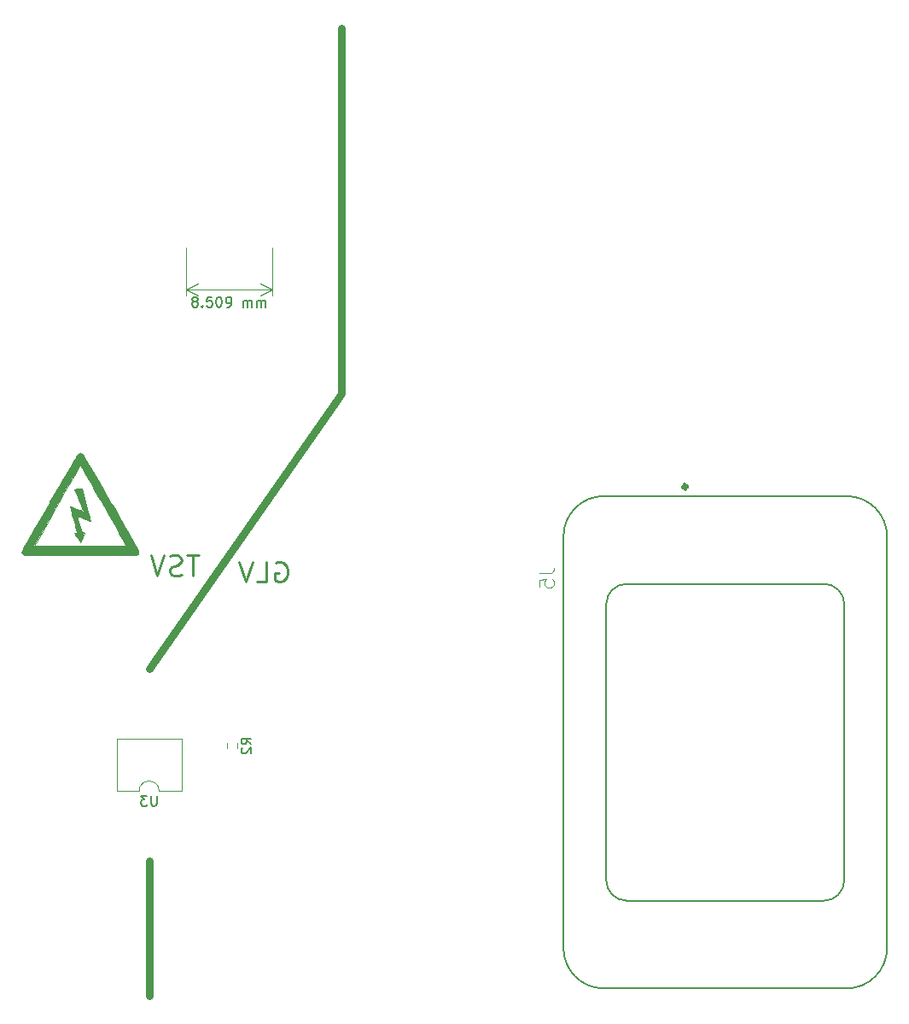
<source format=gbr>
%TF.GenerationSoftware,KiCad,Pcbnew,5.1.7-a382d34a8~88~ubuntu18.04.1*%
%TF.CreationDate,2021-03-18T09:15:53-04:00*%
%TF.ProjectId,HV_DCDC,48565f44-4344-4432-9e6b-696361645f70,rev?*%
%TF.SameCoordinates,Original*%
%TF.FileFunction,Legend,Bot*%
%TF.FilePolarity,Positive*%
%FSLAX46Y46*%
G04 Gerber Fmt 4.6, Leading zero omitted, Abs format (unit mm)*
G04 Created by KiCad (PCBNEW 5.1.7-a382d34a8~88~ubuntu18.04.1) date 2021-03-18 09:15:53*
%MOMM*%
%LPD*%
G01*
G04 APERTURE LIST*
%ADD10C,0.800000*%
%ADD11C,0.250000*%
%ADD12C,0.150000*%
%ADD13C,0.120000*%
%ADD14C,0.010000*%
%ADD15C,0.127000*%
%ADD16C,0.500000*%
%ADD17C,0.050000*%
G04 APERTURE END LIST*
D10*
X130175000Y-107950000D02*
X130175000Y-121285000D01*
X149225000Y-25400000D02*
X149225000Y-61595000D01*
X130175000Y-88900000D02*
X149225000Y-61595000D01*
D11*
X142747857Y-78375000D02*
X142938333Y-78279761D01*
X143224047Y-78279761D01*
X143509761Y-78375000D01*
X143700238Y-78565476D01*
X143795476Y-78755952D01*
X143890714Y-79136904D01*
X143890714Y-79422619D01*
X143795476Y-79803571D01*
X143700238Y-79994047D01*
X143509761Y-80184523D01*
X143224047Y-80279761D01*
X143033571Y-80279761D01*
X142747857Y-80184523D01*
X142652619Y-80089285D01*
X142652619Y-79422619D01*
X143033571Y-79422619D01*
X140843095Y-80279761D02*
X141795476Y-80279761D01*
X141795476Y-78279761D01*
X140462142Y-78279761D02*
X139795476Y-80279761D01*
X139128809Y-78279761D01*
X135095952Y-77644761D02*
X133953095Y-77644761D01*
X134524523Y-79644761D02*
X134524523Y-77644761D01*
X133381666Y-79549523D02*
X133095952Y-79644761D01*
X132619761Y-79644761D01*
X132429285Y-79549523D01*
X132334047Y-79454285D01*
X132238809Y-79263809D01*
X132238809Y-79073333D01*
X132334047Y-78882857D01*
X132429285Y-78787619D01*
X132619761Y-78692380D01*
X133000714Y-78597142D01*
X133191190Y-78501904D01*
X133286428Y-78406666D01*
X133381666Y-78216190D01*
X133381666Y-78025714D01*
X133286428Y-77835238D01*
X133191190Y-77740000D01*
X133000714Y-77644761D01*
X132524523Y-77644761D01*
X132238809Y-77740000D01*
X131667380Y-77644761D02*
X131000714Y-79644761D01*
X130334047Y-77644761D01*
D12*
X134636309Y-52458951D02*
X134541071Y-52411332D01*
X134493452Y-52363713D01*
X134445833Y-52268475D01*
X134445833Y-52220856D01*
X134493452Y-52125618D01*
X134541071Y-52077999D01*
X134636309Y-52030379D01*
X134826785Y-52030379D01*
X134922023Y-52077999D01*
X134969642Y-52125618D01*
X135017261Y-52220856D01*
X135017261Y-52268475D01*
X134969642Y-52363713D01*
X134922023Y-52411332D01*
X134826785Y-52458951D01*
X134636309Y-52458951D01*
X134541071Y-52506570D01*
X134493452Y-52554189D01*
X134445833Y-52649427D01*
X134445833Y-52839903D01*
X134493452Y-52935141D01*
X134541071Y-52982760D01*
X134636309Y-53030379D01*
X134826785Y-53030379D01*
X134922023Y-52982760D01*
X134969642Y-52935141D01*
X135017261Y-52839903D01*
X135017261Y-52649427D01*
X134969642Y-52554189D01*
X134922023Y-52506570D01*
X134826785Y-52458951D01*
X135445833Y-52935141D02*
X135493452Y-52982760D01*
X135445833Y-53030379D01*
X135398214Y-52982760D01*
X135445833Y-52935141D01*
X135445833Y-53030379D01*
X136398214Y-52030379D02*
X135922023Y-52030379D01*
X135874404Y-52506570D01*
X135922023Y-52458951D01*
X136017261Y-52411332D01*
X136255357Y-52411332D01*
X136350595Y-52458951D01*
X136398214Y-52506570D01*
X136445833Y-52601808D01*
X136445833Y-52839903D01*
X136398214Y-52935141D01*
X136350595Y-52982760D01*
X136255357Y-53030379D01*
X136017261Y-53030379D01*
X135922023Y-52982760D01*
X135874404Y-52935141D01*
X137064880Y-52030379D02*
X137160119Y-52030379D01*
X137255357Y-52077999D01*
X137302976Y-52125618D01*
X137350595Y-52220856D01*
X137398214Y-52411332D01*
X137398214Y-52649427D01*
X137350595Y-52839903D01*
X137302976Y-52935141D01*
X137255357Y-52982760D01*
X137160119Y-53030379D01*
X137064880Y-53030379D01*
X136969642Y-52982760D01*
X136922023Y-52935141D01*
X136874404Y-52839903D01*
X136826785Y-52649427D01*
X136826785Y-52411332D01*
X136874404Y-52220856D01*
X136922023Y-52125618D01*
X136969642Y-52077999D01*
X137064880Y-52030379D01*
X137874404Y-53030379D02*
X138064880Y-53030379D01*
X138160119Y-52982760D01*
X138207738Y-52935141D01*
X138302976Y-52792284D01*
X138350595Y-52601808D01*
X138350595Y-52220856D01*
X138302976Y-52125618D01*
X138255357Y-52077999D01*
X138160119Y-52030379D01*
X137969642Y-52030379D01*
X137874404Y-52077999D01*
X137826785Y-52125618D01*
X137779166Y-52220856D01*
X137779166Y-52458951D01*
X137826785Y-52554189D01*
X137874404Y-52601808D01*
X137969642Y-52649427D01*
X138160119Y-52649427D01*
X138255357Y-52601808D01*
X138302976Y-52554189D01*
X138350595Y-52458951D01*
X139541071Y-53030379D02*
X139541071Y-52363713D01*
X139541071Y-52458951D02*
X139588690Y-52411332D01*
X139683928Y-52363713D01*
X139826785Y-52363713D01*
X139922023Y-52411332D01*
X139969642Y-52506570D01*
X139969642Y-53030379D01*
X139969642Y-52506570D02*
X140017261Y-52411332D01*
X140112500Y-52363713D01*
X140255357Y-52363713D01*
X140350595Y-52411332D01*
X140398214Y-52506570D01*
X140398214Y-53030379D01*
X140874404Y-53030379D02*
X140874404Y-52363713D01*
X140874404Y-52458951D02*
X140922023Y-52411332D01*
X141017261Y-52363713D01*
X141160119Y-52363713D01*
X141255357Y-52411332D01*
X141302976Y-52506570D01*
X141302976Y-53030379D01*
X141302976Y-52506570D02*
X141350595Y-52411332D01*
X141445833Y-52363713D01*
X141588690Y-52363713D01*
X141683928Y-52411332D01*
X141731547Y-52506570D01*
X141731547Y-53030379D01*
D13*
X133858000Y-51307999D02*
X142367000Y-51307999D01*
X133858000Y-47117000D02*
X133858000Y-51894420D01*
X142367000Y-47117000D02*
X142367000Y-51894420D01*
X142367000Y-51307999D02*
X141240496Y-51894420D01*
X142367000Y-51307999D02*
X141240496Y-50721578D01*
X133858000Y-51307999D02*
X134984504Y-51894420D01*
X133858000Y-51307999D02*
X134984504Y-50721578D01*
D14*
%TO.C,Ref\u002A\u002A*%
G36*
X123214789Y-67522891D02*
G01*
X123110582Y-67588584D01*
X123077086Y-67636483D01*
X123004061Y-67753385D01*
X122894107Y-67934850D01*
X122749824Y-68176441D01*
X122573811Y-68473719D01*
X122368670Y-68822245D01*
X122136999Y-69217581D01*
X121881400Y-69655289D01*
X121604472Y-70130929D01*
X121308815Y-70640063D01*
X120997029Y-71178254D01*
X120671715Y-71741061D01*
X120335472Y-72324048D01*
X120271888Y-72434433D01*
X119842147Y-73181243D01*
X119453846Y-73857356D01*
X119105653Y-74465145D01*
X118796239Y-75006983D01*
X118524273Y-75485244D01*
X118288426Y-75902301D01*
X118087365Y-76260526D01*
X117919763Y-76562294D01*
X117784287Y-76809977D01*
X117679609Y-77005948D01*
X117604397Y-77152581D01*
X117557322Y-77252249D01*
X117537054Y-77307324D01*
X117536000Y-77315274D01*
X117575353Y-77462786D01*
X117639909Y-77549424D01*
X117743818Y-77653334D01*
X128951241Y-77653334D01*
X129043287Y-77555355D01*
X129072074Y-77525488D01*
X129097175Y-77497171D01*
X129116633Y-77466599D01*
X129128493Y-77429968D01*
X129130798Y-77383475D01*
X129121590Y-77323316D01*
X129098914Y-77245688D01*
X129060812Y-77146786D01*
X129005328Y-77022807D01*
X128930505Y-76869947D01*
X128834387Y-76684403D01*
X128833231Y-76682252D01*
X127900611Y-76682252D01*
X127861106Y-76688657D01*
X127739761Y-76694577D01*
X127539399Y-76699989D01*
X127262847Y-76704866D01*
X126912928Y-76709185D01*
X126492468Y-76712921D01*
X126004291Y-76716050D01*
X125451222Y-76718546D01*
X124836086Y-76720385D01*
X124161707Y-76721543D01*
X123430911Y-76721995D01*
X123336743Y-76722000D01*
X118758764Y-76722000D01*
X118898798Y-76474576D01*
X119422228Y-75549957D01*
X119916971Y-74676450D01*
X120382134Y-73855625D01*
X120816822Y-73089057D01*
X121220139Y-72378315D01*
X121591189Y-71724974D01*
X121929079Y-71130604D01*
X122232913Y-70596779D01*
X122501796Y-70125070D01*
X122734833Y-69717050D01*
X122931128Y-69374290D01*
X123089788Y-69098364D01*
X123209915Y-68890843D01*
X123290617Y-68753299D01*
X123330996Y-68687304D01*
X123335666Y-68681292D01*
X123358312Y-68717055D01*
X123419487Y-68820671D01*
X123515903Y-68986376D01*
X123644271Y-69208405D01*
X123801301Y-69480993D01*
X123983706Y-69798375D01*
X124188195Y-70154787D01*
X124411479Y-70544464D01*
X124650270Y-70961641D01*
X124901279Y-71400553D01*
X125161216Y-71855436D01*
X125426792Y-72320526D01*
X125694718Y-72790056D01*
X125961706Y-73258263D01*
X126224466Y-73719382D01*
X126479709Y-74167648D01*
X126724146Y-74597297D01*
X126954488Y-75002563D01*
X127167445Y-75377682D01*
X127359730Y-75716890D01*
X127528052Y-76014420D01*
X127669123Y-76264510D01*
X127779654Y-76461394D01*
X127856355Y-76599306D01*
X127895938Y-76672484D01*
X127900611Y-76682252D01*
X128833231Y-76682252D01*
X128715017Y-76462370D01*
X128570439Y-76200046D01*
X128398695Y-75893625D01*
X128197829Y-75539305D01*
X127965884Y-75133282D01*
X127700904Y-74671753D01*
X127400932Y-74150912D01*
X127064012Y-73566957D01*
X126688187Y-72916084D01*
X126401109Y-72418960D01*
X126062870Y-71833852D01*
X125735075Y-71268085D01*
X125420334Y-70726103D01*
X125121258Y-70212347D01*
X124840458Y-69731259D01*
X124580544Y-69287281D01*
X124344126Y-68884855D01*
X124133814Y-68528423D01*
X123952220Y-68222426D01*
X123801953Y-67971307D01*
X123685624Y-67779508D01*
X123605843Y-67651471D01*
X123565221Y-67591637D01*
X123562415Y-67588584D01*
X123450322Y-67520198D01*
X123335666Y-67493334D01*
X123214789Y-67522891D01*
G37*
X123214789Y-67522891D02*
X123110582Y-67588584D01*
X123077086Y-67636483D01*
X123004061Y-67753385D01*
X122894107Y-67934850D01*
X122749824Y-68176441D01*
X122573811Y-68473719D01*
X122368670Y-68822245D01*
X122136999Y-69217581D01*
X121881400Y-69655289D01*
X121604472Y-70130929D01*
X121308815Y-70640063D01*
X120997029Y-71178254D01*
X120671715Y-71741061D01*
X120335472Y-72324048D01*
X120271888Y-72434433D01*
X119842147Y-73181243D01*
X119453846Y-73857356D01*
X119105653Y-74465145D01*
X118796239Y-75006983D01*
X118524273Y-75485244D01*
X118288426Y-75902301D01*
X118087365Y-76260526D01*
X117919763Y-76562294D01*
X117784287Y-76809977D01*
X117679609Y-77005948D01*
X117604397Y-77152581D01*
X117557322Y-77252249D01*
X117537054Y-77307324D01*
X117536000Y-77315274D01*
X117575353Y-77462786D01*
X117639909Y-77549424D01*
X117743818Y-77653334D01*
X128951241Y-77653334D01*
X129043287Y-77555355D01*
X129072074Y-77525488D01*
X129097175Y-77497171D01*
X129116633Y-77466599D01*
X129128493Y-77429968D01*
X129130798Y-77383475D01*
X129121590Y-77323316D01*
X129098914Y-77245688D01*
X129060812Y-77146786D01*
X129005328Y-77022807D01*
X128930505Y-76869947D01*
X128834387Y-76684403D01*
X128833231Y-76682252D01*
X127900611Y-76682252D01*
X127861106Y-76688657D01*
X127739761Y-76694577D01*
X127539399Y-76699989D01*
X127262847Y-76704866D01*
X126912928Y-76709185D01*
X126492468Y-76712921D01*
X126004291Y-76716050D01*
X125451222Y-76718546D01*
X124836086Y-76720385D01*
X124161707Y-76721543D01*
X123430911Y-76721995D01*
X123336743Y-76722000D01*
X118758764Y-76722000D01*
X118898798Y-76474576D01*
X119422228Y-75549957D01*
X119916971Y-74676450D01*
X120382134Y-73855625D01*
X120816822Y-73089057D01*
X121220139Y-72378315D01*
X121591189Y-71724974D01*
X121929079Y-71130604D01*
X122232913Y-70596779D01*
X122501796Y-70125070D01*
X122734833Y-69717050D01*
X122931128Y-69374290D01*
X123089788Y-69098364D01*
X123209915Y-68890843D01*
X123290617Y-68753299D01*
X123330996Y-68687304D01*
X123335666Y-68681292D01*
X123358312Y-68717055D01*
X123419487Y-68820671D01*
X123515903Y-68986376D01*
X123644271Y-69208405D01*
X123801301Y-69480993D01*
X123983706Y-69798375D01*
X124188195Y-70154787D01*
X124411479Y-70544464D01*
X124650270Y-70961641D01*
X124901279Y-71400553D01*
X125161216Y-71855436D01*
X125426792Y-72320526D01*
X125694718Y-72790056D01*
X125961706Y-73258263D01*
X126224466Y-73719382D01*
X126479709Y-74167648D01*
X126724146Y-74597297D01*
X126954488Y-75002563D01*
X127167445Y-75377682D01*
X127359730Y-75716890D01*
X127528052Y-76014420D01*
X127669123Y-76264510D01*
X127779654Y-76461394D01*
X127856355Y-76599306D01*
X127895938Y-76672484D01*
X127900611Y-76682252D01*
X128833231Y-76682252D01*
X128715017Y-76462370D01*
X128570439Y-76200046D01*
X128398695Y-75893625D01*
X128197829Y-75539305D01*
X127965884Y-75133282D01*
X127700904Y-74671753D01*
X127400932Y-74150912D01*
X127064012Y-73566957D01*
X126688187Y-72916084D01*
X126401109Y-72418960D01*
X126062870Y-71833852D01*
X125735075Y-71268085D01*
X125420334Y-70726103D01*
X125121258Y-70212347D01*
X124840458Y-69731259D01*
X124580544Y-69287281D01*
X124344126Y-68884855D01*
X124133814Y-68528423D01*
X123952220Y-68222426D01*
X123801953Y-67971307D01*
X123685624Y-67779508D01*
X123605843Y-67651471D01*
X123565221Y-67591637D01*
X123562415Y-67588584D01*
X123450322Y-67520198D01*
X123335666Y-67493334D01*
X123214789Y-67522891D01*
G36*
X122948199Y-71052482D02*
G01*
X122820950Y-71059811D01*
X122750823Y-71070569D01*
X122743000Y-71076005D01*
X122759222Y-71120309D01*
X122805013Y-71232024D01*
X122876060Y-71400972D01*
X122968047Y-71616975D01*
X123076661Y-71869853D01*
X123197589Y-72149427D01*
X123211326Y-72181069D01*
X123332595Y-72462166D01*
X123441038Y-72717114D01*
X123532511Y-72935877D01*
X123602868Y-73108417D01*
X123647965Y-73224697D01*
X123663656Y-73274678D01*
X123663374Y-73275737D01*
X123620716Y-73266217D01*
X123513086Y-73229502D01*
X123353856Y-73170502D01*
X123156397Y-73094131D01*
X123002907Y-73033093D01*
X122786370Y-72947706D01*
X122598335Y-72876681D01*
X122452269Y-72824854D01*
X122361638Y-72797062D01*
X122338414Y-72794475D01*
X122343724Y-72838963D01*
X122368695Y-72954745D01*
X122410770Y-73131416D01*
X122467393Y-73358569D01*
X122536007Y-73625799D01*
X122614058Y-73922701D01*
X122633533Y-73995806D01*
X122715833Y-74304274D01*
X122792128Y-74590832D01*
X122859349Y-74843910D01*
X122914429Y-75051936D01*
X122954300Y-75203341D01*
X122975894Y-75286554D01*
X122977567Y-75293250D01*
X122989051Y-75376452D01*
X122952945Y-75406376D01*
X122895756Y-75409667D01*
X122813962Y-75418425D01*
X122785333Y-75436208D01*
X122807171Y-75484690D01*
X122865433Y-75584486D01*
X122949239Y-75719045D01*
X123047710Y-75871816D01*
X123149966Y-76026249D01*
X123245130Y-76165793D01*
X123322321Y-76273899D01*
X123370660Y-76334014D01*
X123380083Y-76341000D01*
X123405636Y-76303519D01*
X123451912Y-76201451D01*
X123512353Y-76050360D01*
X123580400Y-75865809D01*
X123580776Y-75864750D01*
X123749901Y-75388500D01*
X123611505Y-75375673D01*
X123473109Y-75362845D01*
X123319917Y-74825339D01*
X123253449Y-74592246D01*
X123186763Y-74358597D01*
X123127751Y-74152029D01*
X123085429Y-74004107D01*
X123004133Y-73720381D01*
X123201650Y-73798405D01*
X123321327Y-73845974D01*
X123494845Y-73915316D01*
X123697519Y-73996551D01*
X123875416Y-74068032D01*
X124075725Y-74144765D01*
X124228913Y-74195559D01*
X124324502Y-74217292D01*
X124352655Y-74210235D01*
X124341816Y-74159627D01*
X124310504Y-74036734D01*
X124261209Y-73850764D01*
X124196420Y-73610925D01*
X124118629Y-73326424D01*
X124030324Y-73006471D01*
X123933996Y-72660272D01*
X123918738Y-72605680D01*
X123483833Y-71050526D01*
X123113416Y-71049930D01*
X122948199Y-71052482D01*
G37*
X122948199Y-71052482D02*
X122820950Y-71059811D01*
X122750823Y-71070569D01*
X122743000Y-71076005D01*
X122759222Y-71120309D01*
X122805013Y-71232024D01*
X122876060Y-71400972D01*
X122968047Y-71616975D01*
X123076661Y-71869853D01*
X123197589Y-72149427D01*
X123211326Y-72181069D01*
X123332595Y-72462166D01*
X123441038Y-72717114D01*
X123532511Y-72935877D01*
X123602868Y-73108417D01*
X123647965Y-73224697D01*
X123663656Y-73274678D01*
X123663374Y-73275737D01*
X123620716Y-73266217D01*
X123513086Y-73229502D01*
X123353856Y-73170502D01*
X123156397Y-73094131D01*
X123002907Y-73033093D01*
X122786370Y-72947706D01*
X122598335Y-72876681D01*
X122452269Y-72824854D01*
X122361638Y-72797062D01*
X122338414Y-72794475D01*
X122343724Y-72838963D01*
X122368695Y-72954745D01*
X122410770Y-73131416D01*
X122467393Y-73358569D01*
X122536007Y-73625799D01*
X122614058Y-73922701D01*
X122633533Y-73995806D01*
X122715833Y-74304274D01*
X122792128Y-74590832D01*
X122859349Y-74843910D01*
X122914429Y-75051936D01*
X122954300Y-75203341D01*
X122975894Y-75286554D01*
X122977567Y-75293250D01*
X122989051Y-75376452D01*
X122952945Y-75406376D01*
X122895756Y-75409667D01*
X122813962Y-75418425D01*
X122785333Y-75436208D01*
X122807171Y-75484690D01*
X122865433Y-75584486D01*
X122949239Y-75719045D01*
X123047710Y-75871816D01*
X123149966Y-76026249D01*
X123245130Y-76165793D01*
X123322321Y-76273899D01*
X123370660Y-76334014D01*
X123380083Y-76341000D01*
X123405636Y-76303519D01*
X123451912Y-76201451D01*
X123512353Y-76050360D01*
X123580400Y-75865809D01*
X123580776Y-75864750D01*
X123749901Y-75388500D01*
X123611505Y-75375673D01*
X123473109Y-75362845D01*
X123319917Y-74825339D01*
X123253449Y-74592246D01*
X123186763Y-74358597D01*
X123127751Y-74152029D01*
X123085429Y-74004107D01*
X123004133Y-73720381D01*
X123201650Y-73798405D01*
X123321327Y-73845974D01*
X123494845Y-73915316D01*
X123697519Y-73996551D01*
X123875416Y-74068032D01*
X124075725Y-74144765D01*
X124228913Y-74195559D01*
X124324502Y-74217292D01*
X124352655Y-74210235D01*
X124341816Y-74159627D01*
X124310504Y-74036734D01*
X124261209Y-73850764D01*
X124196420Y-73610925D01*
X124118629Y-73326424D01*
X124030324Y-73006471D01*
X123933996Y-72660272D01*
X123918738Y-72605680D01*
X123483833Y-71050526D01*
X123113416Y-71049930D01*
X122948199Y-71052482D01*
D15*
%TO.C,J5*%
X197125000Y-80470000D02*
X177525000Y-80470000D01*
X175525000Y-82470000D02*
X175525000Y-109870000D01*
X177525000Y-111870000D02*
X197125000Y-111870000D01*
X199125000Y-109870000D02*
X199125000Y-82470000D01*
X203375000Y-116570000D02*
X203375000Y-75770000D01*
X199375000Y-71770000D02*
X175275000Y-71770000D01*
X171275000Y-75770000D02*
X171275000Y-116570000D01*
X175275000Y-120570000D02*
X199375000Y-120570000D01*
D16*
X183500000Y-70837000D02*
G75*
G03*
X183500000Y-70837000I-175000J0D01*
G01*
D15*
X199375000Y-120570000D02*
G75*
G03*
X203375000Y-116570000I0J4000000D01*
G01*
X171275000Y-116570000D02*
G75*
G03*
X175275000Y-120570000I4000000J0D01*
G01*
X175275000Y-71770000D02*
G75*
G03*
X171275000Y-75770000I0J-4000000D01*
G01*
X203375000Y-75770000D02*
G75*
G03*
X199375000Y-71770000I-4000000J0D01*
G01*
X199125000Y-82470000D02*
G75*
G03*
X197125000Y-80470000I-2000000J0D01*
G01*
X197125000Y-111870000D02*
G75*
G03*
X199125000Y-109870000I0J2000000D01*
G01*
X175525000Y-109870000D02*
G75*
G03*
X177525000Y-111870000I2000000J0D01*
G01*
X177525000Y-80470000D02*
G75*
G03*
X175525000Y-82470000I0J-2000000D01*
G01*
D13*
%TO.C,U3*%
X129175000Y-101025000D02*
X126940000Y-101025000D01*
X126940000Y-101025000D02*
X126940000Y-95825000D01*
X126940000Y-95825000D02*
X133410000Y-95825000D01*
X133410000Y-95825000D02*
X133410000Y-101025000D01*
X133410000Y-101025000D02*
X131175000Y-101025000D01*
X131175000Y-101025000D02*
G75*
G03*
X129175000Y-101025000I-1000000J0D01*
G01*
%TO.C,R2*%
X138952500Y-96774724D02*
X138952500Y-96265276D01*
X137907500Y-96774724D02*
X137907500Y-96265276D01*
%TO.C,J5*%
D17*
X168888532Y-79432106D02*
X169889446Y-79432106D01*
X170089629Y-79365379D01*
X170223084Y-79231923D01*
X170289812Y-79031740D01*
X170289812Y-78898285D01*
X168888532Y-80766659D02*
X168888532Y-80099382D01*
X169555808Y-80032655D01*
X169489080Y-80099382D01*
X169422353Y-80232838D01*
X169422353Y-80566476D01*
X169489080Y-80699931D01*
X169555808Y-80766659D01*
X169689263Y-80833386D01*
X170022901Y-80833386D01*
X170156357Y-80766659D01*
X170223084Y-80699931D01*
X170289812Y-80566476D01*
X170289812Y-80232838D01*
X170223084Y-80099382D01*
X170156357Y-80032655D01*
%TO.C,U3*%
D12*
X130936904Y-101477380D02*
X130936904Y-102286904D01*
X130889285Y-102382142D01*
X130841666Y-102429761D01*
X130746428Y-102477380D01*
X130555952Y-102477380D01*
X130460714Y-102429761D01*
X130413095Y-102382142D01*
X130365476Y-102286904D01*
X130365476Y-101477380D01*
X129984523Y-101477380D02*
X129365476Y-101477380D01*
X129698809Y-101858333D01*
X129555952Y-101858333D01*
X129460714Y-101905952D01*
X129413095Y-101953571D01*
X129365476Y-102048809D01*
X129365476Y-102286904D01*
X129413095Y-102382142D01*
X129460714Y-102429761D01*
X129555952Y-102477380D01*
X129841666Y-102477380D01*
X129936904Y-102429761D01*
X129984523Y-102382142D01*
%TO.C,R2*%
X140312380Y-96353333D02*
X139836190Y-96020000D01*
X140312380Y-95781904D02*
X139312380Y-95781904D01*
X139312380Y-96162857D01*
X139360000Y-96258095D01*
X139407619Y-96305714D01*
X139502857Y-96353333D01*
X139645714Y-96353333D01*
X139740952Y-96305714D01*
X139788571Y-96258095D01*
X139836190Y-96162857D01*
X139836190Y-95781904D01*
X139407619Y-96734285D02*
X139360000Y-96781904D01*
X139312380Y-96877142D01*
X139312380Y-97115238D01*
X139360000Y-97210476D01*
X139407619Y-97258095D01*
X139502857Y-97305714D01*
X139598095Y-97305714D01*
X139740952Y-97258095D01*
X140312380Y-96686666D01*
X140312380Y-97305714D01*
%TD*%
M02*

</source>
